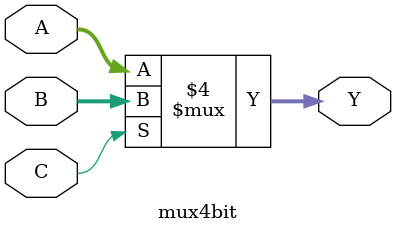
<source format=v>
`include mux2to1.v

module mux4bit ( A, B , C , Y);

// DATA INPUTS
input [3:0] A; // A3 A2 A1 A0
input [3:0] B; // B3 B2 B1 B0


// CONTROL INPUTS
input C;

// OUTPUTS
output reg [3:0] Y;

//LOGIC CIRCUIT
always @(*) begin
    if (C == 0) begin
        Y = A;
    end
    else begin
        Y = B;
    end
end

endmodule
</source>
